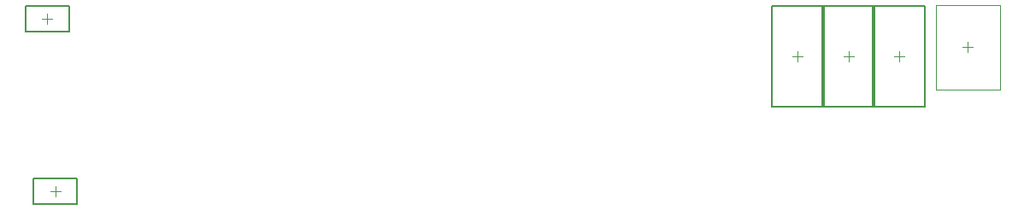
<source format=gbr>
%TF.GenerationSoftware,Altium Limited,Altium Designer,21.6.4 (81)*%
G04 Layer_Color=32768*
%FSLAX43Y43*%
%MOMM*%
%TF.SameCoordinates,45A01B4D-518A-40F9-B883-98BDF5CD3DE6*%
%TF.FilePolarity,Positive*%
%TF.FileFunction,Other,Mechanical_15*%
%TF.Part,Single*%
G01*
G75*
%TA.AperFunction,NonConductor*%
%ADD102C,0.200*%
%ADD139C,0.100*%
%ADD156C,0.050*%
D102*
X117740Y46860D02*
X122900D01*
X117740D02*
Y56840D01*
X122900D01*
Y46860D02*
Y56840D01*
X122755Y46860D02*
X127915D01*
X122755D02*
Y56840D01*
X127915D01*
Y46860D02*
Y56840D01*
X38795Y54321D02*
Y56829D01*
X43103D01*
Y54321D02*
Y56829D01*
X38795Y54321D02*
X43103D01*
X112700Y46860D02*
X117860D01*
X112700D02*
Y56840D01*
X117860D01*
Y46860D02*
Y56840D01*
X39621Y37220D02*
Y39728D01*
X43929D01*
Y37220D02*
Y39728D01*
X39621Y37220D02*
X43929D01*
D139*
X119820Y51850D02*
X120820D01*
X120320Y51350D02*
Y52350D01*
X124835Y51850D02*
X125835D01*
X125335Y51350D02*
Y52350D01*
X40949Y55075D02*
Y56075D01*
X40449Y55575D02*
X41449D01*
X114780Y51850D02*
X115780D01*
X115280Y51350D02*
Y52350D01*
X41775Y37974D02*
Y38974D01*
X41275Y38474D02*
X42275D01*
D156*
X128950Y48595D02*
X135300D01*
Y56955D01*
X128950D02*
X135300D01*
X128950Y48595D02*
Y56955D01*
X132125Y52275D02*
Y53275D01*
X131625Y52775D02*
X132625D01*
%TF.MD5,8f7a6831c6dacf94622b9bc4ddd604d9*%
M02*

</source>
